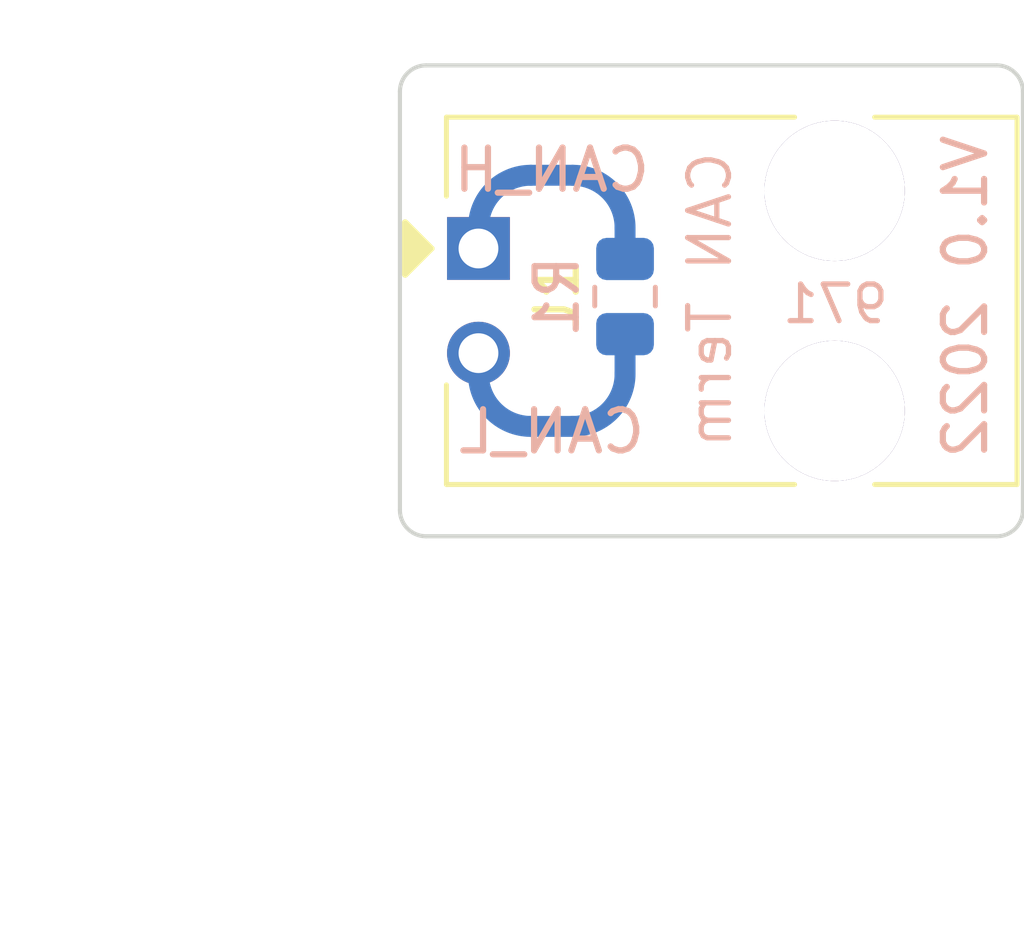
<source format=kicad_pcb>
(kicad_pcb (version 20211014) (generator pcbnew)
  (layers (0 "F.Cu" signal) (31 "B.Cu" signal) (34 "B.Paste" user) (35 "F.Paste" user) (36 "B.SilkS" user "B.Silkscreen") (37 "F.SilkS" user "F.Silkscreen") (38 "B.Mask" user) (39 "F.Mask" user) (44 "Edge.Cuts" user))
  (net 0 "")
  (net 1 "/CAN_H")
  (net 2 "/CAN_L")
  (footprint "CAN_terminator:70555-0036" (layer "F.Cu") (at 147.32 116.84 90)
    (fp_text reference "J1" (at -1.143 1.905 90) (layer "F.SilkS"))
    (fp_text value "2 pin molex sl right angle" hide)
    (fp_line (start -5.7277 9.61133) (end -5.7277 13.066001) (layer "F.SilkS") (width 0.12))
    (fp_line (start 3.1877 7.668671) (end 3.1877 -0.777) (layer "F.SilkS") (width 0.12))
    (fp_line (start -3.311185 -0.777) (end -5.7277 -0.777) (layer "F.SilkS") (width 0.12))
    (fp_line (start -5.7277 -0.777) (end -5.7277 7.668671) (layer "F.SilkS") (width 0.12))
    (fp_line (start 3.1877 13.066001) (end 3.1877 9.61133) (layer "F.SilkS") (width 0.12))
    (fp_line (start 3.1877 -0.777) (end 1.27 -0.777) (layer "F.SilkS") (width 0.12))
    (fp_line (start -5.7277 13.066001) (end 3.1877 13.066001) (layer "F.SilkS") (width 0.12))
    (pad "1" thru_hole rect (at 0 0 90) (size 1.524 1.524) (drill 0.9652) (layers *.Cu *.Mask) (net 1 "/CAN_H"))
    (pad "2" thru_hole circle (at -2.54 0 90) (size 1.524 1.524) (drill 0.9652) (layers *.Cu *.Mask) (net 2 "/CAN_L"))
    (pad "3" thru_hole circle (at -3.94 8.640001 90) (size 3.4036 3.4036) (drill 3.4036) (layers *.Cu *.Mask))
    (pad "4" thru_hole circle (at 1.4 8.640001 90) (size 3.4036 3.4036) (drill 3.4036) (layers *.Cu *.Mask))
  )
  (footprint "Resistor_SMD:R_0805_2012Metric" (layer "B.Cu") (at 150.876 118.0065 -90)
    (fp_text reference "R1" (at 0 1.65 90) (layer "B.SilkS") (effects (justify mirror)))
    (fp_text value "120 ohm")
    (fp_line (start -0.227064 0.735) (end 0.227064 0.735) (layer "B.SilkS") (width 0.12))
    (fp_line (start -0.227064 -0.735) (end 0.227064 -0.735) (layer "B.SilkS") (width 0.12))
    (pad "1" smd roundrect (at -0.9125 0 270) (size 1.025 1.4) (layers "B.Cu" "B.Paste" "B.Mask") (roundrect_rratio 0.243902439) (net 1 "/CAN_H"))
    (pad "2" smd roundrect (at 0.9125 0 270) (size 1.025 1.4) (layers "B.Cu" "B.Paste" "B.Mask") (roundrect_rratio 0.243902439) (net 2 "/CAN_L"))
  )
  (gr_poly (pts (xy 146.177 116.84) (xy 145.542 116.205) (xy 145.542 117.475)) (layer "F.SilkS") (width 0.15) (fill solid))
  (gr_arc (start 160.528 123.19) (mid 160.342013 123.639013) (end 159.893 123.825) (layer "Edge.Cuts") (width 0.1))
  (gr_arc (start 145.415 113.03) (mid 145.600987 112.580987) (end 146.05 112.395) (layer "Edge.Cuts") (width 0.1))
  (gr_line (start 145.415 113.03) (end 145.415 123.19) (layer "Edge.Cuts") (width 0.1))
  (gr_line (start 160.528 113.03) (end 160.528 123.19) (layer "Edge.Cuts") (width 0.1))
  (gr_line (start 146.05 123.825) (end 159.893 123.825) (layer "Edge.Cuts") (width 0.1))
  (gr_arc (start 146.05 123.825) (mid 145.600987 123.639013) (end 145.415 123.19) (layer "Edge.Cuts") (width 0.1))
  (gr_line (start 146.05 112.395) (end 159.893 112.395) (layer "Edge.Cuts") (width 0.1))
  (gr_arc (start 159.893 112.395) (mid 160.342013 112.580987) (end 160.528 113.03) (layer "Edge.Cuts") (width 0.1))
  (gr_text "CAN Term" (at 152.9334 118.0846 90) (layer "B.SilkS") (effects (font (size 0.9906 0.9906) (thickness 0.127)) (justify mirror)))
  (gr_text "971" (at 155.9814 118.1862) (layer "B.SilkS") (effects (font (size 0.889 0.889) (thickness 0.127)) (justify mirror)))
  (gr_text "V1.0 2022" (at 159.131 118.0084 90) (layer "B.SilkS") (effects (font (size 1 1)) (justify mirror)))
  (gr_text "CAN_H" (at 149.098 114.935) (layer "B.SilkS") (effects (font (size 1 1)) (justify mirror)))
  (gr_text "CAN_L" (at 149.098 121.285) (layer "B.SilkS") (effects (font (size 1 1)) (justify mirror)))
  (segment (start 147.32 116.332) (end 147.32 116.84) (width 0.508) (layer "B.Cu") (net 1))
  (segment (start 149.606 115.062) (end 148.59 115.062) (width 0.508) (layer "B.Cu") (net 1))
  (segment (start 150.876 116.332) (end 150.876 117.094) (width 0.508) (layer "B.Cu") (net 1))
  (arc (start 149.606 115.062) (mid 150.504026 115.433974) (end 150.876 116.332) (width 0.508) (layer "B.Cu") (net 1))
  (arc (start 148.59 115.062) (mid 147.691974 115.433974) (end 147.32 116.332) (width 0.508) (layer "B.Cu") (net 1))
  (segment (start 148.59 121.158) (end 149.606 121.158) (width 0.508) (layer "B.Cu") (net 2))
  (segment (start 147.32 119.38) (end 147.32 119.888) (width 0.508) (layer "B.Cu") (net 2))
  (segment (start 150.876 119.888) (end 150.876 118.919) (width 0.508) (layer "B.Cu") (net 2))
  (arc (start 147.32 119.888) (mid 147.691974 120.786026) (end 148.59 121.158) (width 0.508) (layer "B.Cu") (net 2))
  (arc (start 149.606 121.158) (mid 150.504026 120.786026) (end 150.876 119.888) (width 0.508) (layer "B.Cu") (net 2))
)
</source>
